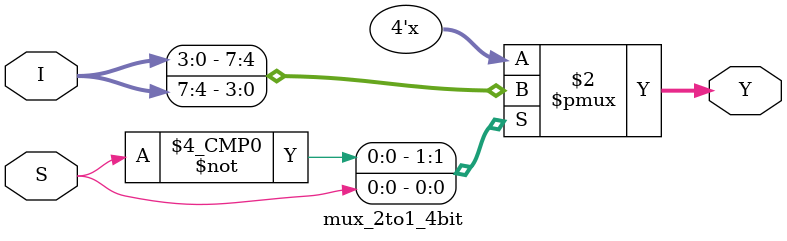
<source format=v>
`timescale 1ns / 1ps


module mux_2to1_4bit(
    input [7:0] I,
    input S,
    output reg [3:0] Y 
    );
    
always @(I, S) begin
    case (S)
        3'd0: Y <= I[3:0];
        3'd1: Y <= I[7:4];
        default: Y <= 1'b0;
   endcase 
end

endmodule

</source>
